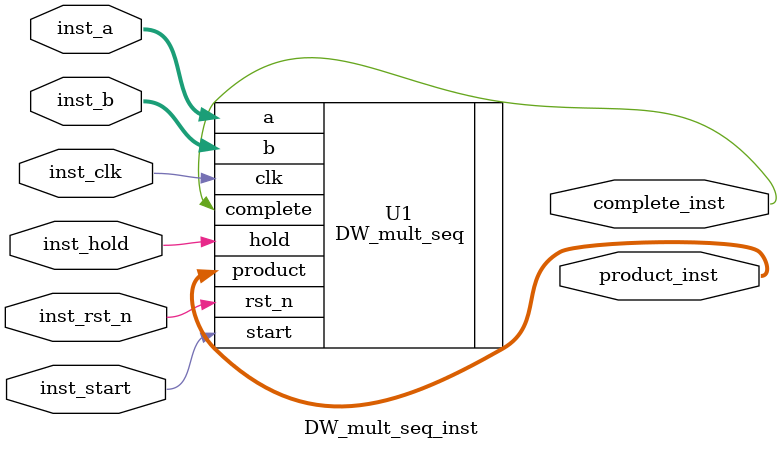
<source format=v>

module CPU(

				clk,
			  rst_n,

		   IO_stall,

         awid_m_inf,
       awaddr_m_inf,
       awsize_m_inf,
      awburst_m_inf,
        awlen_m_inf,
      awvalid_m_inf,
      awready_m_inf,

        wdata_m_inf,
        wlast_m_inf,
       wvalid_m_inf,
       wready_m_inf,

          bid_m_inf,
        bresp_m_inf,
       bvalid_m_inf,
       bready_m_inf,

         arid_m_inf,
       araddr_m_inf,
        arlen_m_inf,
       arsize_m_inf,
      arburst_m_inf,
      arvalid_m_inf,

      arready_m_inf,
          rid_m_inf,
        rdata_m_inf,
        rresp_m_inf,
        rlast_m_inf,
       rvalid_m_inf,
       rready_m_inf

);
// Input port
input  wire clk, rst_n;
// Output port
output reg  IO_stall;

parameter ID_WIDTH = 4 , ADDR_WIDTH = 32, DATA_WIDTH = 16, DRAM_NUMBER=2, WRIT_NUMBER=1;

// AXI Interface wire connecttion for pseudo DRAM read/write
/* Hint:
  your AXI-4 interface could be designed as convertor in submodule(which used reg for output signal)(),
  therefore I declared output of AXI as wire in CPU
*/

// axi write address channel
output  wire [WRIT_NUMBER * ID_WIDTH-1:0]        awid_m_inf;
output  reg  [WRIT_NUMBER * ADDR_WIDTH-1:0]    awaddr_m_inf;
output  wire [WRIT_NUMBER * 3 -1:0]            awsize_m_inf;
output  wire [WRIT_NUMBER * 2 -1:0]           awburst_m_inf;
output  wire [WRIT_NUMBER * 7 -1:0]             awlen_m_inf;
output  reg [WRIT_NUMBER-1:0]                 awvalid_m_inf;
input   wire [WRIT_NUMBER-1:0]                awready_m_inf;
// axi write data channel
output  reg  [WRIT_NUMBER * DATA_WIDTH-1:0]     wdata_m_inf;
output  reg  [WRIT_NUMBER-1:0]                  wlast_m_inf;
output  reg  [WRIT_NUMBER-1:0]                 wvalid_m_inf;
input   wire [WRIT_NUMBER-1:0]                 wready_m_inf;
// axi write response channel
input   wire [WRIT_NUMBER * ID_WIDTH-1:0]         bid_m_inf;
input   wire [WRIT_NUMBER * 2 -1:0]             bresp_m_inf;
input   wire [WRIT_NUMBER-1:0]             	   bvalid_m_inf;
output  reg [WRIT_NUMBER-1:0]                 bready_m_inf;
// -----------------------------
// axi read address channel
output  wire [DRAM_NUMBER * ID_WIDTH-1:0]       arid_m_inf;
output  reg [DRAM_NUMBER * ADDR_WIDTH-1:0]   araddr_m_inf;
output  wire [DRAM_NUMBER * 7 -1:0]            arlen_m_inf;
output  wire [DRAM_NUMBER * 3 -1:0]           arsize_m_inf;
output  wire [DRAM_NUMBER * 2 -1:0]          arburst_m_inf;
output  reg [DRAM_NUMBER-1:0]               arvalid_m_inf;
input   wire [DRAM_NUMBER-1:0]               arready_m_inf;
// -----------------------------
// axi read data channel
input   wire [DRAM_NUMBER * ID_WIDTH-1:0]         rid_m_inf;
input   wire [DRAM_NUMBER * DATA_WIDTH-1:0]     rdata_m_inf;
input   wire [DRAM_NUMBER * 2 -1:0]             rresp_m_inf;
input   wire [DRAM_NUMBER-1:0]                  rlast_m_inf;
input   wire [DRAM_NUMBER-1:0]                 rvalid_m_inf;
output  reg [DRAM_NUMBER-1:0]                 rready_m_inf;
// -----------------------------

//
/* Register in each core:
  There are sixteen registers in your CPU. You should not change the name of those registers.
  TA will check the value in each register when your core is not busy.
  If you change the name of registers below(), you must get the fail in this lab.
*/

reg signed [15:0] core_r0 , core_r1 , core_r2 , core_r3 ;
reg signed [15:0] core_r4 , core_r5 , core_r6 , core_r7 ;
reg signed [15:0] core_r8 , core_r9 , core_r10, core_r11;
reg signed [15:0] core_r12, core_r13, core_r14, core_r15;



reg[10:0] ic_in_addr_ff;
reg       ic_out_valid;
reg[15:0] ic_out_inst_wr;

reg       dc_in_valid;
reg[10:0] dc_in_addr_ff;
reg[15:0] dc_in_data_ff;
reg       dc_in_write;
reg       dc_out_valid_ff;
reg[15:0] dc_out_data_ff;


wire signed[15:0] d_cache_d_out,d_cache_d_out0,d_cache_d_out1;
reg[6:0]  d_cache_addr;
reg signed[15:0] d_cache_d_in;
reg d_cache_we0,d_cache_we1;


reg[1:0] d_cache_valid_ff;
wire[15:0] i_cache_d_out;

//================================================================
//  AXI 4
//================================================================
//####################################################
//               STATES
//####################################################
reg[13:0] main_cur_st,main_next_st;

localparam IF_1             = 14'b0000_0000_0000_01;
localparam IF_WAIT_MEM      = 14'b0000_0000_0000_10;
localparam ID               = 14'b0000_0000_0001_00;
localparam SLT_EX           = 14'b0000_0000_0010_00;
localparam ADD_EX           = 14'b0000_0000_0100_00;
localparam SUB_EX           = 14'b0000_0000_1000_00;
localparam MULT_EX          = 14'b0000_0001_0000_00;
localparam R_WB             = 14'b0000_0010_0000_00;
localparam LW_EX            = 14'b0000_0100_0000_00;
localparam SW_EX            = 14'b0000_1000_0000_00;
localparam BEQ_EX           = 14'b0001_0000_0000_00;
localparam LW_MEM_WAIT      = 14'b0010_0000_0000_00;
localparam SW_MEM_WAIT      = 14'b0100_0000_0000_00;
localparam MEM_WB           = 14'b1000_0000_0000_00;

wire st_IF_1 = main_cur_st[0];
wire st_IF_WAIT_MEM = main_cur_st[1];
wire st_ID = main_cur_st[2];
wire st_SLT_EX = main_cur_st[3];
wire st_ADD_EX = main_cur_st[4];
wire st_SUB_EX = main_cur_st[5];
wire st_MULT_EX = main_cur_st[6];
wire st_R_WB = main_cur_st[7];
wire st_LW_EX = main_cur_st[8];
wire st_SW_EX = main_cur_st[9];
wire st_BEQ_EX = main_cur_st[10];
wire st_LW_MEM_WAIT = main_cur_st[11];
wire st_SW_MEM_WAIT = main_cur_st[12];
wire st_MEM_WB = main_cur_st[13];


reg[4:0] inst_cache_cur_st,inst_cache_nxt_st;
localparam IC_IDLE                               = 5'b0_0001;
localparam IC_CHECK                              = 5'b0_0010;
localparam IC_AXI_RD_ADDR                        = 5'b0_0100;
localparam IC_AXI_RD_DATA_UPDATE_CASH            = 5'b0_1000;
localparam IC_OUTPUT                             = 5'b1_0000;


wire st_IC_IDLE                         = inst_cache_cur_st[0];
wire st_IC_CHECK                        = inst_cache_cur_st[1];
wire st_IC_AXI_RD_ADDR                  = inst_cache_cur_st[2];
wire st_IC_AXI_RD_DATA_UPDATE_CASH      = inst_cache_cur_st[3];
wire st_IC_OUTPUT                       = inst_cache_cur_st[4];


reg[9:0] data_cache_cur_st,data_cache_nxt_st;
localparam DC_IDLE                               = 10'b00_0000_0001;
localparam DC_CHECK                              = 10'b00_0000_0010;
localparam DC_AXI_RD_ADDR                        = 10'b00_0000_0100;
localparam DC_AXI_RD_DATA_UPDATE_CASH            = 10'b00_0000_1000;
localparam DC_AXI_WR_ADDR                        = 10'b00_0001_0000;
localparam DC_AXI_WR_DATA                        = 10'b00_0010_0000;
localparam DC_AXI_WR_RESP                        = 10'b00_0100_0000;
localparam DC_OUTPUT                             = 10'b00_1000_0000;
localparam DC_WRITE_SRAM                         = 10'b01_0000_0000;
localparam DC_CHECK_WR                           = 10'b10_0000_0000;


wire st_DC_IDLE                                     = data_cache_cur_st[0];
wire st_DC_CHECK                                    = data_cache_cur_st[1];
wire st_DC_AXI_RD_ADDR                              = data_cache_cur_st[2];
wire st_DC_AXI_RD_DATA_UPDATE_CASH                  = data_cache_cur_st[3];
wire st_DC_AXI_WR_ADDR                              = data_cache_cur_st[4];
wire st_DC_AXI_WR_DATA                              = data_cache_cur_st[5];
wire st_DC_AXI_WR_RESP                              = data_cache_cur_st[6];
wire st_DC_OUTPUT                                   = data_cache_cur_st[7];
wire st_DC_WRITE_SRAM                               = data_cache_cur_st[8];
wire st_DC_CHECK_WR                                 = data_cache_cur_st[9];

//================================================================
//   AXI interfaces
//================================================================
//======================
//   AXI RD
//======================
reg[7:0] axi_burst_cnt;

// instruction read and data read
wire axi_inst_rd_addr_done_f = arvalid_m_inf[1] && arready_m_inf[1];
wire axi_data_rd_addr_done_f = arvalid_m_inf[0] && arready_m_inf[0];

wire axi_inst_rd_data_done_f = rvalid_m_inf[1]  && rready_m_inf[1] && rlast_m_inf[1];
wire axi_data_rd_data_done_f = rvalid_m_inf[0]  && rready_m_inf[0] && rlast_m_inf[0];

wire axi_inst_rd_data_tran_f = rvalid_m_inf[1] && rready_m_inf[1];
wire axi_data_rd_data_tran_f = rvalid_m_inf[0] && rready_m_inf[0];

wire axi_wr_data_tran_f = wvalid_m_inf && wready_m_inf;


//======================
//   AXI WR
//======================
// data write only
wire axi_wr_addr_done_f = awvalid_m_inf && awready_m_inf;
wire axi_wr_data_done_f = wlast_m_inf   && wvalid_m_inf && wready_m_inf;
wire axi_wr_responed_f  = bvalid_m_inf  && bready_m_inf;

//####################################################
//               reg & wire
//####################################################
reg [15:0] pc_ff;
reg signed[15:0] ir_ff;
reg signed[15:0] reg_data1_ff;
reg signed[15:0] reg_data2_ff;
reg signed[15:0] alu_out_ff,alu_out_wr;
reg signed[15:0] dmem_data_ff;

wire[2:0] opcode = ir_ff[15:13] ;
wire[3:0] rs     = ir_ff[12: 9] ;
wire[3:0] rt     = ir_ff[ 8: 5] ;
wire[3:0] rd     = ir_ff[ 4: 1] ;
wire func   = ir_ff[0] ;
wire[4:0] imm    = ir_ff[ 4: 0] ;
wire[15:0] address = { 3'b000 , ir_ff[12:0] } ;
wire signed[15:0] sign_ex_imm  = $signed(imm);

// instruction cache
reg       ic_in_valid;

wire instr_mult_next_f = main_next_st == MULT_EX;
wire seq_mult_done_f;

wire signed[15:0] seq_mult_in1,seq_mult_in2,seq_mult_product;

//####################################################
//               current_instruction
//####################################################
wire inst_ADD       = opcode == 3'b000 && func == 1'b0;
wire inst_SUB       = opcode == 3'b000 && func == 1'b1;
wire inst_SLT       = opcode == 3'b001 && func == 1'b0;
wire inst_MULT      = opcode == 3'b001 && func == 1'b1;
wire inst_LOAD      = opcode == 3'b010;
wire inst_STORE     = opcode == 3'b011;
wire inst_BEQ       = opcode == 3'b100;
wire inst_J         = opcode == 3'b101;


wire branch_equal_f = reg_data1_ff == reg_data2_ff;
//####################################################
//               MAIN PROCESSOR
//####################################################
//####################################################
//               MAIN Control
//####################################################

always @(posedge clk or negedge rst_n)
begin
    if(~rst_n)
    begin
        main_cur_st <= IF_WAIT_MEM;
    end
    else
    begin
        main_cur_st <= main_next_st;
    end
end

wire inst_out_valid_f  = ic_out_valid;
wire data_read_done_f  = st_DC_OUTPUT;
wire data_write_done_f = axi_wr_responed_f ;

always @(*)
begin
    main_next_st = main_cur_st;
    case(main_cur_st)
        IF_WAIT_MEM:
        begin
            main_next_st = inst_out_valid_f ? ID : IF_WAIT_MEM;
        end
        ID:
        begin
            case(opcode)
            3'b000://R-types
                if(func == 1'b0)
                    main_next_st = ADD_EX;
                else
                    main_next_st = SUB_EX;
            3'b001:
                if(func == 1'b0)
                    main_next_st = SLT_EX;
                else
                    main_next_st = MULT_EX;
            3'b010: //LW
                main_next_st = LW_EX;
            3'b011: //SW
                main_next_st = SW_EX;
            3'b100: //BEQ
                main_next_st = BEQ_EX;
            3'b101: //J
                main_next_st = IF_WAIT_MEM;
            default:
                main_next_st = SLT_EX;
            endcase
        end
        MULT_EX:
        begin
            main_next_st = seq_mult_done_f ? R_WB : MULT_EX;
        end
        SLT_EX,ADD_EX,SUB_EX:
        begin
            main_next_st = R_WB;
        end
        R_WB:
        begin
            main_next_st = IF_WAIT_MEM;
        end
        LW_EX:
        begin
            main_next_st = LW_MEM_WAIT;
        end
        SW_EX:
        begin
            main_next_st = SW_MEM_WAIT;
        end
        BEQ_EX:
        begin
            main_next_st = IF_WAIT_MEM;
        end
        LW_MEM_WAIT:
        begin
            main_next_st = data_read_done_f  ?  MEM_WB : LW_MEM_WAIT;
        end
        SW_MEM_WAIT:
        begin
            main_next_st = data_write_done_f ?  IF_WAIT_MEM : SW_MEM_WAIT;
        end
        MEM_WB:
        begin
            main_next_st = IF_WAIT_MEM;
        end
    endcase
end

//####################################################
//               I/O stall
//####################################################
always @(posedge clk or negedge rst_n)
begin
    if(~rst_n)
    begin
        IO_stall <= 1;
    end
    else if(st_R_WB || st_MEM_WB || st_BEQ_EX || (st_ID&&opcode == 3'b101) || (st_SW_MEM_WAIT && data_write_done_f))
    begin
        IO_stall <= 0;
    end
    else
    begin
        IO_stall <= 1;
    end
end

// ic invalid
always @(posedge clk or negedge rst_n)
begin
    if(~rst_n)
    begin
        ic_in_valid <= 0;
    end
    else if(main_next_st == IF_WAIT_MEM || st_IF_WAIT_MEM)
    begin
        ic_in_valid <= st_IC_OUTPUT ? 0 : 1;
    end
    else
    begin
        ic_in_valid <= 0;
    end
end

// dc invalid
always @(posedge clk or negedge rst_n)
begin
    if(~rst_n)
    begin
        dc_in_valid <= 0;
    end
    else if(main_next_st == LW_MEM_WAIT || main_next_st == SW_MEM_WAIT || st_LW_MEM_WAIT || st_SW_MEM_WAIT)
    begin
        dc_in_valid <= st_DC_OUTPUT || data_write_done_f ? 0 : 1;
    end
end

// dc in write
always @(posedge clk or negedge rst_n)
begin
    if(~rst_n)
    begin
        dc_in_write <= 0;
    end
    else if(st_IF_WAIT_MEM)
    begin
        dc_in_write <= 0;
    end
    else if(st_SW_EX)
    begin
        dc_in_write <= 1;
    end
end

//####################################################
//               DATAPATH
//####################################################
// pc
parameter signed OFFSET = 16'h1000;

always @(posedge clk or negedge rst_n)
begin
    if(~rst_n)
    begin
        pc_ff <= OFFSET;
    end
    else if(st_ID && inst_J)
    begin
        pc_ff <= address >> 1;
    end
    else if(st_ID || (st_BEQ_EX&&branch_equal_f))
    begin
        pc_ff <= alu_out_wr;
    end
end

//================================================================
//   IR_FF
//================================================================
// reg[15:0] inst_out_ff;

always @(posedge clk)
begin
    ir_ff <= i_cache_d_out;
end

// regdata1
always @(posedge clk or negedge rst_n)
begin
    if(~rst_n)
    begin
        reg_data1_ff <= 0;
    end
    else
    begin
        case(rs)
            4'b0000: reg_data1_ff <= core_r0;
            4'b0001: reg_data1_ff <= core_r1;
            4'b0010: reg_data1_ff <= core_r2;
            4'b0011: reg_data1_ff <= core_r3;
            4'b0100: reg_data1_ff <= core_r4;
            4'b0101: reg_data1_ff <= core_r5;
            4'b0110: reg_data1_ff <= core_r6;
            4'b0111: reg_data1_ff <= core_r7;
            4'b1000: reg_data1_ff <= core_r8;
            4'b1001: reg_data1_ff <= core_r9;
            4'b1010: reg_data1_ff <= core_r10;
            4'b1011: reg_data1_ff <= core_r11;
            4'b1100: reg_data1_ff <= core_r12;
            4'b1101: reg_data1_ff <= core_r13;
            4'b1110: reg_data1_ff <= core_r14;
            4'b1111: reg_data1_ff <= core_r15;
            default: reg_data1_ff <= 0;
        endcase
    end
end

// regdata2
always @(posedge clk or negedge rst_n)
begin
    if(~rst_n)
    begin
        reg_data2_ff <= 0;
    end
    else
    begin
        case(rt)
            4'b0000: reg_data2_ff <= core_r0;
            4'b0001: reg_data2_ff <= core_r1;
            4'b0010: reg_data2_ff <= core_r2;
            4'b0011: reg_data2_ff <= core_r3;
            4'b0100: reg_data2_ff <= core_r4;
            4'b0101: reg_data2_ff <= core_r5;
            4'b0110: reg_data2_ff <= core_r6;
            4'b0111: reg_data2_ff <= core_r7;
            4'b1000: reg_data2_ff <= core_r8;
            4'b1001: reg_data2_ff <= core_r9;
            4'b1010: reg_data2_ff <= core_r10;
            4'b1011: reg_data2_ff <= core_r11;
            4'b1100: reg_data2_ff <= core_r12;
            4'b1101: reg_data2_ff <= core_r13;
            4'b1110: reg_data2_ff <= core_r14;
            4'b1111: reg_data2_ff <= core_r15;
            default: reg_data2_ff <= 0;
        endcase
    end
end

//================================================================
//   ALU
//================================================================
wire EX_ST = st_ADD_EX || st_SUB_EX || st_SLT_EX  || st_LW_EX || st_SW_EX || st_BEQ_EX;

always @(posedge clk or negedge rst_n)
begin
    if(~rst_n)
    begin
        alu_out_ff <= 0;
    end
    else if(st_MULT_EX && seq_mult_done_f)
    begin
        alu_out_ff <= seq_mult_product;
    end
    else if(EX_ST || st_ID)
    begin
        alu_out_ff <= alu_out_wr;
    end
end


assign seq_mult_in1 = reg_data1_ff;
assign seq_mult_in2 = reg_data2_ff;


reg st_MULT_EX_d1;

wire multstart;
assign multstart = st_MULT_EX & ~st_MULT_EX_d1;

always @(posedge clk or negedge rst_n)
begin
    if(~rst_n)
    begin
        st_MULT_EX_d1 <= 1'b0;
    end
    else
    begin
        st_MULT_EX_d1 <= st_MULT_EX;
    end
end

wire signed[31:0] mult_product_inst;

assign seq_mult_product = mult_product_inst[15:0];
DW_mult_seq_inst seq_mult(.inst_clk(clk), .inst_rst_n(rst_n), .inst_hold(1'b0),
.inst_start(multstart), .inst_a(seq_mult_in1),
.inst_b(seq_mult_in2), .complete_inst(seq_mult_done_f), .product_inst(mult_product_inst));

always @(*)
begin
    alu_out_wr = 0;
    case(main_cur_st)
        ID:
        begin
            alu_out_wr = pc_ff + 16'd1;
        end
        ADD_EX:
        begin
            alu_out_wr = reg_data1_ff + reg_data2_ff;
        end
        SUB_EX:
        begin
            alu_out_wr = reg_data1_ff - reg_data2_ff;
        end
        SLT_EX:
        begin
            alu_out_wr = (reg_data1_ff < reg_data2_ff) ? $signed(16'd1) : $signed(16'd0);
        end
        LW_EX:
        begin
            alu_out_wr = reg_data1_ff + sign_ex_imm;
        end
        SW_EX:
        begin
            alu_out_wr = reg_data1_ff + sign_ex_imm;
        end
        BEQ_EX:
        begin
            alu_out_wr = pc_ff + sign_ex_imm;
        end
        SW_MEM_WAIT,LW_MEM_WAIT:
        begin
            //sign(rs+immediate)×2+offset
            alu_out_wr = (alu_out_ff <<< 1) + OFFSET;
        end
        default:
        begin
            alu_out_wr = 0;
        end
    endcase
end

reg signed[15:0] alu_out_wr_d1;
always @(posedge clk)
begin
    alu_out_wr_d1 <= alu_out_wr;
end


wire signed[15:0] data_mem_in_addr = alu_out_wr;
wire signed[15:0] data_mem_in_data = alu_out_ff;

//================================================================
//   dmem data ff
//================================================================
reg signed[15:0] mem_data_out_ff;
always @(posedge clk)
begin
    dmem_data_ff <= d_cache_d_out;
end

//================================================================
//   CORE_REG
//================================================================
always @(posedge clk or negedge rst_n)
begin
    if (~rst_n)
    begin
        core_r0 <= 0 ;
    end
    else if(st_R_WB && rd==0)
    begin
        core_r0 <= alu_out_ff;
    end
    else if(st_MEM_WB && rt==0)
    begin
        core_r0 <= dmem_data_ff;
    end
end


always @(posedge clk or negedge rst_n)
begin
    if (~rst_n)
    begin
        core_r1 <= 0 ;
    end
    else if(st_R_WB && rd==1)
    begin
        core_r1 <= alu_out_ff;
    end
    else if(st_MEM_WB && rt==1)
    begin
        core_r1 <= dmem_data_ff;
    end
end


always @(posedge clk or negedge rst_n)
begin
    if (~rst_n)
    begin
        core_r2 <= 0 ;
    end
    else if(st_R_WB && rd==2)
    begin
        core_r2 <= alu_out_ff;
    end
    else if(st_MEM_WB && rt==2)
    begin
        core_r2 <= dmem_data_ff;
    end
end


always @(posedge clk or negedge rst_n)
begin
    if (~rst_n)
    begin
        core_r3 <= 0 ;
    end
    else if(st_R_WB && rd==3)
    begin
        core_r3 <= alu_out_ff;
    end
    else if(st_MEM_WB && rt==3)
    begin
        core_r3 <= dmem_data_ff;
    end
end


always @(posedge clk or negedge rst_n)
begin
    if (~rst_n)
    begin
        core_r4 <= 0 ;
    end
    else if(st_R_WB && rd==4)
    begin
        core_r4 <= alu_out_ff;
    end
    else if(st_MEM_WB && rt==4)
    begin
        core_r4 <= dmem_data_ff;
    end
end


always @(posedge clk or negedge rst_n)
begin
    if (~rst_n)
    begin
        core_r5 <= 0 ;
    end
    else if(st_R_WB && rd==5)
    begin
        core_r5 <= alu_out_ff;
    end
    else if(st_MEM_WB && rt==5)
    begin
        core_r5 <= dmem_data_ff;
    end
end


always @(posedge clk or negedge rst_n)
begin
    if (~rst_n)
    begin
        core_r6 <= 0 ;
    end
    else if(st_R_WB && rd==6)
    begin
        core_r6 <= alu_out_ff;
    end
    else if(st_MEM_WB && rt==6)
    begin
        core_r6 <= dmem_data_ff;
    end
end


always @(posedge clk or negedge rst_n)
begin
    if (~rst_n)
    begin
        core_r7 <= 0 ;
    end
    else if(st_R_WB && rd==7)
    begin
        core_r7 <= alu_out_ff;
    end
    else if(st_MEM_WB && rt==7)
    begin
        core_r7 <= dmem_data_ff;
    end
end


always @(posedge clk or negedge rst_n)
begin
    if (~rst_n)
    begin
        core_r8 <= 0 ;
    end
    else if(st_R_WB && rd==8)
    begin
        core_r8 <= alu_out_ff;
    end
    else if(st_MEM_WB && rt==8)
    begin
        core_r8 <= dmem_data_ff;
    end
end


always @(posedge clk or negedge rst_n)
begin
    if (~rst_n)
    begin
        core_r9 <= 0 ;
    end
    else if(st_R_WB && rd==9)
    begin
        core_r9 <= alu_out_ff;
    end
    else if(st_MEM_WB && rt==9)
    begin
        core_r9 <= dmem_data_ff;
    end
end


always @(posedge clk or negedge rst_n)
begin
    if (~rst_n)
    begin
        core_r10 <= 0 ;
    end
    else if(st_R_WB && rd==10)
    begin
        core_r10 <= alu_out_ff;
    end
    else if(st_MEM_WB && rt==10)
    begin
        core_r10 <= dmem_data_ff;
    end
end


always @(posedge clk or negedge rst_n)
begin
    if (~rst_n)
    begin
        core_r11 <= 0 ;
    end
    else if(st_R_WB && rd==11)
    begin
        core_r11 <= alu_out_ff;
    end
    else if(st_MEM_WB && rt==11)
    begin
        core_r11 <= dmem_data_ff;
    end
end


always @(posedge clk or negedge rst_n)
begin
    if (~rst_n)
    begin
        core_r12 <= 0 ;
    end
    else if(st_R_WB && rd==12)
    begin
        core_r12 <= alu_out_ff;
    end
    else if(st_MEM_WB && rt==12)
    begin
        core_r12 <= dmem_data_ff;
    end
end



always @(posedge clk or negedge rst_n)
begin
    if (~rst_n)
    begin
        core_r13 <= 0 ;
    end
    else if(st_R_WB && rd==13)
    begin
        core_r13 <= alu_out_ff;
    end
    else if(st_MEM_WB && rt==13)
    begin
        core_r13 <= dmem_data_ff;
    end
end



always @(posedge clk or negedge rst_n)
begin
    if (~rst_n)
    begin
        core_r14 <= 0 ;
    end
    else if(st_R_WB && rd==14)
    begin
        core_r14 <= alu_out_ff;
    end
    else if(st_MEM_WB && rt==14)
    begin
        core_r14 <= dmem_data_ff;
    end
end

always @(posedge clk or negedge rst_n)
begin
    if (~rst_n)
    begin
        core_r15 <= 0 ;
    end
    else if(st_R_WB && rd==15)
    begin
        core_r15 <= alu_out_ff;
    end
    else if(st_MEM_WB && rt==15)
    begin
        core_r15 <= dmem_data_ff;
    end
end

//================================================================
//   Instruction Memory
//================================================================
//======================
//   inner reg/wire
//======================
reg[6:0]  i_cache_addr;
wire [15:0] i_cache_d_out0,i_cache_d_out1;
reg signed[15:0] i_cache_d_in;
reg i_cache_we0,i_cache_we1;

reg[3:0] i_cache_tag_ff[0:1];
reg[1:0] i_cache_valid_ff;
reg ic_recently_used_ff;


// wire ic_hit_f  = (i_cache_valid_ff == 1'b1) && (i_cache_tag_ff == ic_in_addr_ff[10:7]);

wire ic0_hit_f = (i_cache_valid_ff[0] == 1'b1) && (i_cache_tag_ff[0] == ic_in_addr_ff[10:7]);
wire ic1_hit_f = (i_cache_valid_ff[1] == 1'b1) && (i_cache_tag_ff[1] == ic_in_addr_ff[10:7]);

wire ic_hit_f = ic0_hit_f || ic1_hit_f;

wire ic_block_to_replace = ~ic_recently_used_ff;

//======================
//   MAIN IC Control
//======================
always @(posedge clk or negedge rst_n)
begin
    if(~rst_n)
    begin
        inst_cache_cur_st <= IC_IDLE;
    end
    else
    begin
        inst_cache_cur_st <= inst_cache_nxt_st;
    end
end

always @(*)
begin
    inst_cache_nxt_st = inst_cache_cur_st;
    case(inst_cache_cur_st)
    IC_IDLE:
    begin
        inst_cache_nxt_st = ic_in_valid ? IC_CHECK : IC_IDLE;
    end
    IC_CHECK:
    begin
        inst_cache_nxt_st = ic_hit_f ? IC_OUTPUT : IC_AXI_RD_ADDR;
    end
    IC_OUTPUT:
    begin
        inst_cache_nxt_st = IC_IDLE;
    end
    IC_AXI_RD_ADDR:
    begin
        inst_cache_nxt_st = axi_inst_rd_addr_done_f ? IC_AXI_RD_DATA_UPDATE_CASH : IC_AXI_RD_ADDR;
    end
    IC_AXI_RD_DATA_UPDATE_CASH:
    begin
        inst_cache_nxt_st = axi_inst_rd_data_done_f ? IC_CHECK : IC_AXI_RD_DATA_UPDATE_CASH;
    end
    endcase
end

//======================
//   Valid and tags
//======================
always @(posedge clk or negedge rst_n)
begin
    if(~rst_n)
    begin
        i_cache_valid_ff[0] <= 1'b0;
        i_cache_valid_ff[1] <= 1'b0;
    end
    else if(st_IC_AXI_RD_ADDR)
    begin
        if(ic_block_to_replace == 1'b1)
            i_cache_valid_ff[1] <= 1'b1;
        else
            i_cache_valid_ff[0] <= 1'b1;
    end
end

always @(posedge clk or negedge rst_n)
begin
    if(~rst_n)
    begin
        i_cache_tag_ff[0] <= 4'd0;
        i_cache_tag_ff[1] <= 4'd0;
    end
    else if(st_IC_AXI_RD_ADDR)
    begin
        if(ic_block_to_replace == 1'b1)
            i_cache_tag_ff[1] <= ic_in_addr_ff[10:7];
        else
            i_cache_tag_ff[0] <= ic_in_addr_ff[10:7];
    end
end

wire[15:0] pc_to_mem_addr = pc_ff << 1;

always @(posedge clk or negedge rst_n)
begin
    if(~rst_n)
    begin
        ic_in_addr_ff <= 0;
    end
    else if(ic_in_valid)
    begin
        ic_in_addr_ff <= pc_to_mem_addr[11:1];
    end
end

always @(posedge clk or negedge rst_n)
begin
    if(~rst_n)
    begin
        ic_recently_used_ff <= 0;
    end
    else if(st_IC_CHECK)
    begin
        if(ic0_hit_f)
            ic_recently_used_ff <= 1'b0;
        else if(ic1_hit_f)
            ic_recently_used_ff <= 1'b1;
    end
end


SRAM_128x16 I_0CACHE(.A0(i_cache_addr[0]),.A1(i_cache_addr[1]),.A2(i_cache_addr[2]),.A3(i_cache_addr[3]),
                    .A4(i_cache_addr[4]),.A5(i_cache_addr[5]),.A6(i_cache_addr[6]),
                    .DO0(i_cache_d_out0[0]),.DO1(i_cache_d_out0[1]),.DO2(i_cache_d_out0[2]),.DO3(i_cache_d_out0[3]),
                    .DO4(i_cache_d_out0[4]),.DO5(i_cache_d_out0[5]),.DO6(i_cache_d_out0[6]),
                    .DO7(i_cache_d_out0[7]),.DO8(i_cache_d_out0[8]),.DO9(i_cache_d_out0[9]),
                    .DO10(i_cache_d_out0[10]),.DO11(i_cache_d_out0[11]),
                    .DO12(i_cache_d_out0[12]),.DO13(i_cache_d_out0[13]),.DO14(i_cache_d_out0[14]),.DO15(i_cache_d_out0[15]),
                    .DI0(i_cache_d_in[0]),.DI1(i_cache_d_in[1]),.DI2(i_cache_d_in[2]),
                    .DI3(i_cache_d_in[3]),.DI4(i_cache_d_in[4]),.DI5(i_cache_d_in[5]),
                    .DI6(i_cache_d_in[6]),.DI7(i_cache_d_in[7]),.DI8(i_cache_d_in[8]),.DI9(i_cache_d_in[9]),
                    .DI10(i_cache_d_in[10]),.DI11(i_cache_d_in[11]),.DI12(i_cache_d_in[12]),.DI13(i_cache_d_in[13]),
                    .DI14(i_cache_d_in[14]),.DI15(i_cache_d_in[15]),
                    .CK(clk),.WEB(i_cache_we0),.OE(1'b1),.CS(1'b1));

SRAM_128x16 I_1CACHE(.A0(i_cache_addr[0]),.A1(i_cache_addr[1]),.A2(i_cache_addr[2]),.A3(i_cache_addr[3]),
                    .A4(i_cache_addr[4]),.A5(i_cache_addr[5]),.A6(i_cache_addr[6]),
                    .DO0(i_cache_d_out1[0]),.DO1(i_cache_d_out1[1]),.DO2(i_cache_d_out1[2]),.DO3(i_cache_d_out1[3]),
                    .DO4(i_cache_d_out1[4]),.DO5(i_cache_d_out1[5]),.DO6(i_cache_d_out1[6]),
                    .DO7(i_cache_d_out1[7]),.DO8(i_cache_d_out1[8]),.DO9(i_cache_d_out1[9]),
                    .DO10(i_cache_d_out1[10]),.DO11(i_cache_d_out1[11]),
                    .DO12(i_cache_d_out1[12]),.DO13(i_cache_d_out1[13]),.DO14(i_cache_d_out1[14]),.DO15(i_cache_d_out1[15]),
                    .DI0(i_cache_d_in[0]),.DI1(i_cache_d_in[1]),.DI2(i_cache_d_in[2]),
                    .DI3(i_cache_d_in[3]),.DI4(i_cache_d_in[4]),.DI5(i_cache_d_in[5]),
                    .DI6(i_cache_d_in[6]),.DI7(i_cache_d_in[7]),.DI8(i_cache_d_in[8]),.DI9(i_cache_d_in[9]),
                    .DI10(i_cache_d_in[10]),.DI11(i_cache_d_in[11]),.DI12(i_cache_d_in[12]),.DI13(i_cache_d_in[13]),
                    .DI14(i_cache_d_in[14]),.DI15(i_cache_d_in[15]),
                    .CK(clk),.WEB(i_cache_we1),.OE(1'b1),.CS(1'b1));

assign i_cache_d_out = ic0_hit_f ? i_cache_d_out0 : i_cache_d_out1;

// I-Cache i/o controlls
always @(*)
begin
    if(st_IC_AXI_RD_DATA_UPDATE_CASH)
    begin
        // Write data
        if(ic0_hit_f)
        begin
            i_cache_we0 = 1'b0;
            i_cache_we1 = 1'b1;
        end
        else
        begin
            i_cache_we0 = 1'b1;
            i_cache_we1 = 1'b0;
        end
    end
    else
    begin
        i_cache_we0 = 1'b1;
        i_cache_we1 = 1'b1;
    end
end

always @(*)
begin
    if(st_IC_AXI_RD_DATA_UPDATE_CASH)
    begin
        // Write data
        i_cache_addr = axi_burst_cnt; // 0~127
        i_cache_d_in = rdata_m_inf[DRAM_NUMBER * DATA_WIDTH-1:DATA_WIDTH];
    end
    else
    begin
        i_cache_addr = ic_in_addr_ff[6:0];
        i_cache_d_in = 0;
    end
end

//======================
//   Output
//======================
always @(*)
begin
    if(st_IC_OUTPUT)
    begin
        ic_out_valid = 1;
    end
    else
    begin
        ic_out_valid = 0;
    end
end

//================================================================
//   Data Memory
//================================================================
//======================
//   address & data in
//======================
always @(posedge clk or negedge rst_n)
begin
    if(~rst_n)
    begin
        dc_in_addr_ff  <= 0;
        dc_in_data_ff  <= alu_out_ff;
    end
    else if(dc_in_valid)
    begin
        //Probably incorrect here
        dc_in_addr_ff  <= alu_out_wr[11:1];

        if(dc_in_write == 1'b1)
        begin
            dc_in_data_ff  <= reg_data2_ff;
        end
        else
        begin
            dc_in_data_ff  <= alu_out_ff;
        end
    end
end

//======================
//   flags
//======================
// reg d_cache_valid_ff;
reg[3:0] d_cache_tag_ff[0:1];
reg dc_recently_used_ff;

wire[3:0] dc_curr_tag = dc_in_addr_ff[10:7];

wire dc0_hit_f = (d_cache_valid_ff[0] == 1'b1) && (d_cache_tag_ff[0] == dc_curr_tag);
wire dc1_hit_f = (d_cache_valid_ff[1] == 1'b1) && (d_cache_tag_ff[1] == dc_curr_tag);

wire dc_hit_f  = dc0_hit_f || dc1_hit_f;
wire dc_block_to_replace = ~dc_recently_used_ff;
//======================
//   Valid & tags
//======================
always @(posedge clk or negedge rst_n)
begin
    if(~rst_n)
    begin
        d_cache_valid_ff[0] <= 1'b0;
        d_cache_valid_ff[1] <= 1'b0;
    end
    else if(st_DC_AXI_RD_ADDR)
    begin
        if(dc_block_to_replace == 1'b1)
            d_cache_valid_ff[1] <= 1'b1;
        else
            d_cache_valid_ff[0] <= 1'b1;
    end
end

always @(posedge clk or negedge rst_n)
begin
    if(~rst_n)
    begin
        d_cache_tag_ff[0] <= 0;
        d_cache_tag_ff[1] <= 0;
    end
    else if(st_DC_AXI_RD_ADDR)
    begin
        if(dc_block_to_replace == 1'b1)
            d_cache_tag_ff[1] <= dc_curr_tag;
        else
            d_cache_tag_ff[0] <= dc_curr_tag;
    end
end

always @(posedge clk or negedge rst_n)
begin
    if(~rst_n)
    begin
        dc_recently_used_ff <= 0;
    end
    else if(st_DC_CHECK)
    begin
        if(dc0_hit_f)
            dc_recently_used_ff <= 1'b0;
        else if(dc1_hit_f)
            dc_recently_used_ff <= 1'b1;
    end
end

//======================
//   MAIN D-Cache Control
//======================
always @(posedge clk or negedge rst_n)
begin
    if(~rst_n)
    begin
        data_cache_cur_st <= DC_IDLE;
    end
    else
    begin
        data_cache_cur_st <= data_cache_nxt_st;
    end
end

always @(*)
begin
    data_cache_nxt_st = data_cache_cur_st;
    case(data_cache_cur_st)
    DC_IDLE:
    begin
        if(dc_in_valid)
        begin
            if(dc_in_write == 1'b0)
            begin
                data_cache_nxt_st = DC_CHECK;
            end
            else
            begin
                data_cache_nxt_st = DC_CHECK_WR;
            end
        end
    end
    DC_CHECK_WR:
    begin
        data_cache_nxt_st = dc_hit_f ? DC_WRITE_SRAM : DC_AXI_WR_ADDR;
    end
    DC_CHECK:
    begin
        data_cache_nxt_st = dc_hit_f ? DC_OUTPUT : DC_AXI_RD_ADDR;
    end
    DC_OUTPUT:
    begin
        data_cache_nxt_st = DC_IDLE;
    end
    DC_AXI_RD_ADDR:
    begin
        data_cache_nxt_st = axi_data_rd_addr_done_f ? DC_AXI_RD_DATA_UPDATE_CASH : DC_AXI_RD_ADDR;
    end
    DC_AXI_RD_DATA_UPDATE_CASH:
    begin
        data_cache_nxt_st = axi_data_rd_data_done_f ? DC_CHECK : DC_AXI_RD_DATA_UPDATE_CASH;
    end
    DC_WRITE_SRAM:
    begin
        data_cache_nxt_st = DC_AXI_WR_ADDR;
    end
    DC_AXI_WR_ADDR:
    begin
        data_cache_nxt_st = axi_wr_addr_done_f ? DC_AXI_WR_DATA : DC_AXI_WR_ADDR;
    end
    DC_AXI_WR_DATA:
    begin
        data_cache_nxt_st = axi_wr_data_done_f ? DC_AXI_WR_RESP : DC_AXI_WR_DATA;
    end
    DC_AXI_WR_RESP:
    begin
        data_cache_nxt_st = axi_wr_responed_f  ? DC_IDLE : DC_AXI_WR_RESP;
    end
    endcase
end

SRAM_128x16 D_0CACHE( .A0(d_cache_addr[0]),.A1(d_cache_addr[1]),.A2(d_cache_addr[2]),.A3(d_cache_addr[3]),.A4(d_cache_addr[4]),
                    .A5(d_cache_addr[5]),.A6(d_cache_addr[6]),
                    .DO0(d_cache_d_out0[0]),.DO1(d_cache_d_out0[1]),.DO2(d_cache_d_out0[2]),.DO3(d_cache_d_out0[3]),
                    .DO4(d_cache_d_out0[4]),.DO5(d_cache_d_out0[5]),.DO6(d_cache_d_out0[6]),
                    .DO7(d_cache_d_out0[7]),.DO8(d_cache_d_out0[8]),.DO9(d_cache_d_out0[9]),
                    .DO10(d_cache_d_out0[10]),.DO11(d_cache_d_out0[11]),
                    .DO12(d_cache_d_out0[12]),.DO13(d_cache_d_out0[13]),.DO14(d_cache_d_out0[14]),
                    .DO15(d_cache_d_out0[15]),
                    .DI0(d_cache_d_in[0]),.DI1(d_cache_d_in[1]),.DI2(d_cache_d_in[2]),
                    .DI3(d_cache_d_in[3]),.DI4(d_cache_d_in[4]),.DI5(d_cache_d_in[5]),
                    .DI6(d_cache_d_in[6]),.DI7(d_cache_d_in[7]),.DI8(d_cache_d_in[8]),.DI9(d_cache_d_in[9]),
                    .DI10(d_cache_d_in[10]),.DI11(d_cache_d_in[11]),.DI12(d_cache_d_in[12]),
                    .DI13(d_cache_d_in[13]),.DI14(d_cache_d_in[14]),.DI15(d_cache_d_in[15]),
                    .CK(clk),.WEB(d_cache_we0),.OE(1'b1),.CS(1'b1));

SRAM_128x16 D_1CACHE(.A0(d_cache_addr[0]),.A1(d_cache_addr[1]),.A2(d_cache_addr[2]),.A3(d_cache_addr[3]),.A4(d_cache_addr[4]),
                    .A5(d_cache_addr[5]),.A6(d_cache_addr[6]),
                    .DO0(d_cache_d_out1[0]),.DO1(d_cache_d_out1[1]),.DO2(d_cache_d_out1[2]),.DO3(d_cache_d_out1[3]),
                    .DO4(d_cache_d_out1[4]),.DO5(d_cache_d_out1[5]),.DO6(d_cache_d_out1[6]),
                    .DO7(d_cache_d_out1[7]),.DO8(d_cache_d_out1[8]),.DO9(d_cache_d_out1[9]),
                    .DO10(d_cache_d_out1[10]),.DO11(d_cache_d_out1[11]),
                    .DO12(d_cache_d_out1[12]),.DO13(d_cache_d_out1[13]),.DO14(d_cache_d_out1[14]),
                    .DO15(d_cache_d_out1[15]),
                    .DI0(d_cache_d_in[0]),.DI1(d_cache_d_in[1]),.DI2(d_cache_d_in[2]),
                    .DI3(d_cache_d_in[3]),.DI4(d_cache_d_in[4]),.DI5(d_cache_d_in[5]),
                    .DI6(d_cache_d_in[6]),.DI7(d_cache_d_in[7]),.DI8(d_cache_d_in[8]),.DI9(d_cache_d_in[9]),
                    .DI10(d_cache_d_in[10]),.DI11(d_cache_d_in[11]),.DI12(d_cache_d_in[12]),
                    .DI13(d_cache_d_in[13]),.DI14(d_cache_d_in[14]),.DI15(d_cache_d_in[15]),
                    .CK(clk),.WEB(d_cache_we1),.OE(1'b1),.CS(1'b1));

assign d_cache_d_out = dc0_hit_f ? d_cache_d_out0 : d_cache_d_out1;
//=============================
//   D-Cache i/o controlls
//=============================
always @(*)
begin
    if(st_DC_AXI_RD_DATA_UPDATE_CASH||st_DC_WRITE_SRAM)
    begin
        // Write data
        if(dc0_hit_f)
        begin
            d_cache_we0 = 1'b0;
            d_cache_we1 = 1'b1;
        end
        else
        begin
            d_cache_we0 = 1'b1;
            d_cache_we1 = 1'b0;
        end
    end
    else
    begin
        d_cache_we0 = 1'b1;
        d_cache_we1 = 1'b1;
    end
end

always @(*)
begin
    if(st_DC_AXI_RD_DATA_UPDATE_CASH)
    begin
        //Writes
        d_cache_addr = axi_burst_cnt;
        d_cache_d_in = rdata_m_inf[DATA_WIDTH-1:0];
    end
    else if(st_DC_WRITE_SRAM) // Something goes wrong here?
    begin
        //Writes
        d_cache_addr = dc_in_addr_ff[6:0];
        d_cache_d_in = dc_in_data_ff;
    end
    else
    begin
        // Reads
        d_cache_addr = dc_in_addr_ff[6:0];
        d_cache_d_in = 0;
    end
end

//======================
//   Outputs
//======================
always @(posedge clk or negedge rst_n)
begin
    if(~rst_n)
    begin
        dc_out_valid_ff <= 0;
        dc_out_data_ff  <= 0;
    end
    else if(st_DC_OUTPUT)
    begin
        dc_out_valid_ff <= 1;
        dc_out_data_ff  <= d_cache_d_out;
    end
end

//================================================================
//   AXI Interfaces
//================================================================
// constant AXI 4 signals
// Same for both instr and data
//inst
//read address
assign arid_m_inf[DRAM_NUMBER * ID_WIDTH-1:ID_WIDTH] = 0;
assign arlen_m_inf[DRAM_NUMBER * 7 -1:7]   = 7'b111_1111 ;
assign arsize_m_inf[DRAM_NUMBER * 3 -1:3]  = 3'b001 ;
assign arburst_m_inf[DRAM_NUMBER * 2 -1:2] = 2'b01 ;

assign rid_m_inf = 0;

//data
//read address
assign arid_m_inf[ID_WIDTH-1:0] = 0;
assign arlen_m_inf[7 -1:0]   = 7'b111_1111 ;
assign arsize_m_inf[3 -1:0]  = 3'b001 ;
assign arburst_m_inf[2 -1:0] = 2'b01 ;

//write address
assign awid_m_inf  = 0 ;
assign awlen_m_inf = 7'd0 ;
assign awsize_m_inf = 3'b001 ;
assign awburst_m_inf = 2'b01 ;

//========================
//   Instruction read
//========================

//Write address channel
always @(posedge clk or negedge rst_n)
begin
    if(~rst_n)
    begin
        awaddr_m_inf  <= 0;
        awvalid_m_inf <= 0;
    end
    else if(st_DC_AXI_WR_ADDR)
    begin
        awaddr_m_inf  <=  axi_wr_addr_done_f ? 0: alu_out_wr_d1;
        awvalid_m_inf <=  axi_wr_addr_done_f ? 0: 1'b1;
    end
end



// Write data channel
always @(posedge clk or negedge rst_n)
begin
    if(~rst_n)
    begin
        wlast_m_inf <= 0;
    end
    else if(st_DC_AXI_WR_DATA)
    begin
        wlast_m_inf <= 1;
    end
    else
    begin
        wlast_m_inf <= 0;
    end
end

always @(posedge clk or negedge rst_n)
begin
    if(~rst_n)
    begin
        wdata_m_inf  <= 0;
        wvalid_m_inf <= 0;
    end
    else if(st_DC_AXI_WR_DATA)
    begin
        wdata_m_inf  <= dc_in_data_ff;
        wvalid_m_inf <= 1'b1;
    end
    else
    begin
        wdata_m_inf  <= 0;
        wvalid_m_inf <= 1'b0;
    end
end

//Write Response channel
always @(posedge clk or negedge rst_n)
begin
    if(~rst_n)
        bready_m_inf <= 0;
    else if(st_DC_AXI_WR_RESP)
        bready_m_inf <= 1'b1;
    else
        bready_m_inf <= 1'b0;
end

wire[10:0] ic_block_start_addr = ic_in_addr_ff - ic_in_addr_ff[6:0];
wire[10:0] dc_block_start_addr = dc_in_addr_ff - dc_in_addr_ff[6:0];

// Read address
always @(posedge clk or negedge rst_n)
begin
    if(~rst_n)
    begin
        arvalid_m_inf <= 0;
        araddr_m_inf  <= 0;
    end
    else if(st_IC_AXI_RD_ADDR)
    begin
        arvalid_m_inf[1] <= axi_inst_rd_addr_done_f ? 0 : 1;
        araddr_m_inf[DRAM_NUMBER * ADDR_WIDTH-1:ADDR_WIDTH] <= axi_inst_rd_addr_done_f ? 0 :
        {16'b0,4'b0001,ic_block_start_addr,1'b0};
    end
    else if(st_DC_AXI_RD_ADDR)
    begin
        arvalid_m_inf[0] <= axi_data_rd_addr_done_f ? 0 : 1;
        araddr_m_inf[ADDR_WIDTH-1:0]  <= axi_data_rd_addr_done_f ? 0 :
         {16'b0,4'b0001,dc_block_start_addr,1'b0};
    end
    else
    begin
        arvalid_m_inf <= 0;
        araddr_m_inf  <= 0;
    end
end

// read data
always @(posedge clk or negedge rst_n)
begin
    if(~rst_n)
    begin
        rready_m_inf <= 0;
    end
    else if(st_DC_AXI_RD_DATA_UPDATE_CASH)
    begin
        rready_m_inf[0] <= axi_data_rd_data_done_f ? 1'b0 : 1'b1;
    end
    else if(st_IC_AXI_RD_DATA_UPDATE_CASH)
    begin
        rready_m_inf[1] <= axi_inst_rd_data_done_f ? 1'b0 : 1'b1;
    end
    else
    begin
        rready_m_inf <= 0;
    end
end

// axi burst cnt
always @(posedge clk or negedge rst_n)
begin
    if(~rst_n)
        axi_burst_cnt <= 0;
    else if(axi_data_rd_data_done_f || axi_inst_rd_data_done_f || axi_wr_data_done_f)
        axi_burst_cnt <= 0;
    else if(axi_data_rd_data_tran_f || axi_inst_rd_data_tran_f || axi_wr_data_tran_f)
        axi_burst_cnt <= axi_burst_cnt + 1;
end

endmodule


module DW_mult_seq_inst(inst_clk, inst_rst_n, inst_hold, inst_start, inst_a,
inst_b, complete_inst, product_inst );
parameter inst_a_width = 16;
parameter inst_b_width = 16;
parameter inst_tc_mode = 1;
parameter inst_num_cyc = 7;
parameter inst_rst_mode = 1;
parameter inst_input_mode = 1;
parameter inst_output_mode = 1;
parameter inst_early_start = 0;
// Please add +incdir+$SYNOPSYS/dw/sim_ver+ to your verilog simulator
// command line (for simulation).
input inst_clk;
input inst_rst_n;
input inst_hold;
input inst_start;
input [inst_a_width-1 : 0] inst_a;
input [inst_b_width-1 : 0] inst_b;
output complete_inst;
output [inst_a_width+inst_b_width-1 : 0] product_inst;
// Instance of DW_mult_seq
DW_mult_seq #(inst_a_width,inst_b_width,inst_tc_mode,inst_num_cyc,
inst_rst_mode,inst_input_mode,inst_output_mode,inst_early_start)
U1 (.clk(inst_clk),
.rst_n(inst_rst_n),
.hold(inst_hold),
.start(inst_start),
.a(inst_a),
.b(inst_b),
.complete(complete_inst),
.product(product_inst) );
endmodule

</source>
